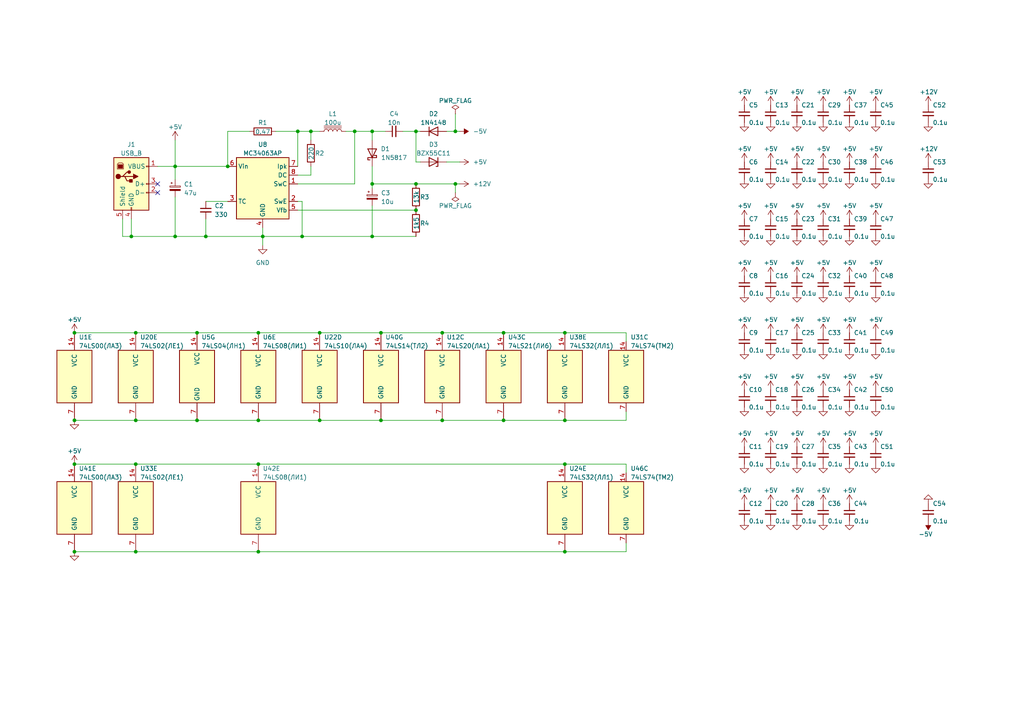
<source format=kicad_sch>
(kicad_sch (version 20230121) (generator eeschema)
  (paper "A4")
  (title_block (title "Pacific-80") (date "2023-07-13") (rev "1"))
  (junction (at 120.65 38.1))
  (junction (at 57.15 96.52))
  (junction (at 128.27 121.92))
  (junction (at 146.05 96.52))
  (junction (at 86.36 38.1))
  (junction (at 50.8 68.58))
  (junction (at 39.37 96.52))
  (junction (at 90.17 38.1))
  (junction (at 21.59 96.52))
  (junction (at 39.37 121.92))
  (junction (at 110.49 96.52))
  (junction (at 39.37 160.02))
  (junction (at 87.63 68.58))
  (junction (at 38.1 68.58))
  (junction (at 74.93 160.02))
  (junction (at 39.37 134.62))
  (junction (at 132.08 53.34))
  (junction (at 74.93 96.52))
  (junction (at 107.95 38.1))
  (junction (at 107.95 68.58))
  (junction (at 132.08 38.1))
  (junction (at 163.83 121.92))
  (junction (at 146.05 121.92))
  (junction (at 74.93 134.62))
  (junction (at 59.69 68.58))
  (junction (at 163.83 96.52))
  (junction (at 57.15 121.92))
  (junction (at 21.59 134.62))
  (junction (at 74.93 121.92))
  (junction (at 110.49 121.92))
  (junction (at 120.65 53.34))
  (junction (at 21.59 160.02))
  (junction (at 163.83 134.62))
  (junction (at 102.87 38.1))
  (junction (at 76.2 68.58))
  (junction (at 66.04 48.26))
  (junction (at 128.27 96.52))
  (junction (at 92.71 96.52))
  (junction (at 163.83 160.02))
  (junction (at 120.65 60.96))
  (junction (at 21.59 121.92))
  (junction (at 50.8 48.26))
  (junction (at 107.95 53.34))
  (junction (at 92.71 121.92))
  (no_connect (at 45.72 53.34))
  (no_connect (at 45.72 55.88))
  (wire (pts (xy 59.69 58.42) (xy 66.04 58.42)))
  (wire (pts (xy 128.27 96.52) (xy 146.05 96.52)))
  (wire (pts (xy 90.17 40.64) (xy 90.17 38.1)))
  (wire (pts (xy 35.56 63.5) (xy 35.56 68.58)))
  (wire (pts (xy 50.8 57.15) (xy 50.8 68.58)))
  (wire (pts (xy 86.36 53.34) (xy 102.87 53.34)))
  (wire (pts (xy 120.65 53.34) (xy 107.95 53.34)))
  (wire (pts (xy 107.95 38.1) (xy 111.76 38.1)))
  (wire (pts (xy 76.2 68.58) (xy 59.69 68.58)))
  (wire (pts (xy 59.69 63.5) (xy 59.69 68.58)))
  (wire (pts (xy 107.95 48.26) (xy 107.95 53.34)))
  (wire (pts (xy 107.95 38.1) (xy 102.87 38.1)))
  (wire (pts (xy 86.36 38.1) (xy 86.36 48.26)))
  (wire (pts (xy 80.01 38.1) (xy 86.36 38.1)))
  (wire (pts (xy 45.72 48.26) (xy 50.8 48.26)))
  (wire (pts (xy 181.61 134.62) (xy 163.83 134.62)))
  (wire (pts (xy 163.83 160.02) (xy 181.61 160.02)))
  (wire (pts (xy 92.71 38.1) (xy 90.17 38.1)))
  (wire (pts (xy 129.54 46.99) (xy 133.35 46.99)))
  (wire (pts (xy 107.95 68.58) (xy 87.63 68.58)))
  (wire (pts (xy 87.63 68.58) (xy 76.2 68.58)))
  (wire (pts (xy 39.37 96.52) (xy 57.15 96.52)))
  (wire (pts (xy 181.61 96.52) (xy 181.61 99.06)))
  (wire (pts (xy 57.15 96.52) (xy 74.93 96.52)))
  (wire (pts (xy 129.54 38.1) (xy 132.08 38.1)))
  (wire (pts (xy 120.65 68.58) (xy 107.95 68.58)))
  (wire (pts (xy 107.95 59.69) (xy 107.95 68.58)))
  (wire (pts (xy 92.71 121.92) (xy 110.49 121.92)))
  (wire (pts (xy 87.63 58.42) (xy 87.63 68.58)))
  (wire (pts (xy 21.59 121.92) (xy 39.37 121.92)))
  (wire (pts (xy 90.17 38.1) (xy 86.36 38.1)))
  (wire (pts (xy 132.08 53.34) (xy 132.08 55.88)))
  (wire (pts (xy 90.17 48.26) (xy 90.17 50.8)))
  (wire (pts (xy 163.83 96.52) (xy 181.61 96.52)))
  (wire (pts (xy 38.1 68.58) (xy 38.1 63.5)))
  (wire (pts (xy 90.17 50.8) (xy 86.36 50.8)))
  (wire (pts (xy 39.37 160.02) (xy 74.93 160.02)))
  (wire (pts (xy 120.65 38.1) (xy 121.92 38.1)))
  (wire (pts (xy 120.65 46.99) (xy 120.65 38.1)))
  (wire (pts (xy 35.56 68.58) (xy 38.1 68.58)))
  (wire (pts (xy 66.04 38.1) (xy 66.04 48.26)))
  (wire (pts (xy 181.61 157.48) (xy 181.61 160.02)))
  (wire (pts (xy 74.93 96.52) (xy 92.71 96.52)))
  (wire (pts (xy 110.49 96.52) (xy 128.27 96.52)))
  (wire (pts (xy 50.8 48.26) (xy 66.04 48.26)))
  (wire (pts (xy 146.05 121.92) (xy 163.83 121.92)))
  (wire (pts (xy 39.37 121.92) (xy 57.15 121.92)))
  (wire (pts (xy 86.36 60.96) (xy 120.65 60.96)))
  (wire (pts (xy 120.65 53.34) (xy 132.08 53.34)))
  (wire (pts (xy 107.95 40.64) (xy 107.95 38.1)))
  (wire (pts (xy 132.08 33.02) (xy 132.08 38.1)))
  (wire (pts (xy 74.93 134.62) (xy 39.37 134.62)))
  (wire (pts (xy 102.87 53.34) (xy 102.87 38.1)))
  (wire (pts (xy 116.84 38.1) (xy 120.65 38.1)))
  (wire (pts (xy 107.95 53.34) (xy 107.95 54.61)))
  (wire (pts (xy 181.61 137.16) (xy 181.61 134.62)))
  (wire (pts (xy 163.83 134.62) (xy 74.93 134.62)))
  (wire (pts (xy 128.27 121.92) (xy 146.05 121.92)))
  (wire (pts (xy 74.93 121.92) (xy 92.71 121.92)))
  (wire (pts (xy 59.69 68.58) (xy 50.8 68.58)))
  (wire (pts (xy 74.93 160.02) (xy 163.83 160.02)))
  (wire (pts (xy 146.05 96.52) (xy 163.83 96.52)))
  (wire (pts (xy 21.59 96.52) (xy 39.37 96.52)))
  (wire (pts (xy 92.71 96.52) (xy 110.49 96.52)))
  (wire (pts (xy 110.49 121.92) (xy 128.27 121.92)))
  (wire (pts (xy 50.8 68.58) (xy 38.1 68.58)))
  (wire (pts (xy 181.61 119.38) (xy 181.61 121.92)))
  (wire (pts (xy 76.2 71.12) (xy 76.2 68.58)))
  (wire (pts (xy 121.92 46.99) (xy 120.65 46.99)))
  (wire (pts (xy 132.08 53.34) (xy 133.35 53.34)))
  (wire (pts (xy 163.83 121.92) (xy 181.61 121.92)))
  (wire (pts (xy 50.8 48.26) (xy 50.8 52.07)))
  (wire (pts (xy 39.37 134.62) (xy 21.59 134.62)))
  (wire (pts (xy 132.08 38.1) (xy 133.35 38.1)))
  (wire (pts (xy 102.87 38.1) (xy 100.33 38.1)))
  (wire (pts (xy 76.2 68.58) (xy 76.2 66.04)))
  (wire (pts (xy 21.59 160.02) (xy 39.37 160.02)))
  (wire (pts (xy 87.63 58.42) (xy 86.36 58.42)))
  (wire (pts (xy 57.15 121.92) (xy 74.93 121.92)))
  (wire (pts (xy 72.39 38.1) (xy 66.04 38.1)))
  (wire (pts (xy 50.8 40.64) (xy 50.8 48.26)))
  (symbol (lib_id "power:GND") (at 215.9 52.07 0) (unit 1)
    (property "Reference" "#PWR017" (effects hide))
    (property "Value" "GND" (effects hide))
  )
  (symbol (lib_id "Device:C_Small") (at 223.52 49.53 0) (unit 1)
    (property "Reference" "C14" (at 224.79 46.99 0) (effects (justify left)))
    (property "Value" "0.1u" (at 224.79 52.07 0) (effects (justify left)))
    (property "Footprint" "Capacitor_THT:C_Disc_D5.0mm_W2.5mm_P5.00mm" (effects hide))
  )
  (symbol (lib_id "Device:C_Small") (at 246.38 99.06 0) (unit 1)
    (property "Reference" "C41" (at 247.65 96.52 0) (effects (justify left)))
    (property "Value" "0.1u" (at 247.65 101.6 0) (effects (justify left)))
    (property "Footprint" "Capacitor_THT:C_Disc_D5.0mm_W2.5mm_P5.00mm" (effects hide))
  )
  (symbol (lib_id "power:GND") (at 21.59 121.92 0) (unit 1)
    (property "Reference" "#PWR06" (effects hide))
    (property "Value" "GND" (effects hide))
  )
  (symbol (lib_id "power:+5V") (at 223.52 96.52 0) (unit 1)
    (property "Reference" "#PWR038" (effects hide))
    (property "Value" "+5V" (at 223.52 92.71 0))
  )
  (symbol (lib_id "Device:C_Small") (at 223.52 132.08 0) (unit 1)
    (property "Reference" "C19" (at 224.79 129.54 0) (effects (justify left)))
    (property "Value" "0.1u" (at 224.79 134.62 0) (effects (justify left)))
    (property "Footprint" "Capacitor_THT:C_Disc_D5.0mm_W2.5mm_P5.00mm" (effects hide))
  )
  (symbol (lib_id "power:+5V") (at 231.14 63.5 0) (unit 1)
    (property "Reference" "#PWR050" (effects hide))
    (property "Value" "+5V" (at 231.14 59.69 0))
  )
  (symbol (lib_id "Device:C_Small") (at 254 66.04 0) (unit 1)
    (property "Reference" "C47" (at 255.27 63.5 0) (effects (justify left)))
    (property "Value" "0.1u" (at 255.27 68.58 0) (effects (justify left)))
    (property "Footprint" "Capacitor_THT:C_Disc_D5.0mm_W2.5mm_P5.00mm" (effects hide))
  )
  (symbol (lib_id "power:GND") (at 238.76 35.56 0) (unit 1)
    (property "Reference" "#PWR063" (effects hide))
    (property "Value" "GND" (effects hide))
  )
  (symbol (lib_id "74xx:74LS04") (at 57.15 109.22 0) (unit 7)
    (property "Reference" "U5" (at 58.42 97.79 0) (effects (justify left)))
    (property "Value" "74LS04(ЛН1)" (at 58.42 100.33 0) (effects (justify left)))
    (property "Footprint" "Package_DIP:DIP-14_W7.62mm" (effects hide))
    (property "Datasheet" "http://www.ti.com/lit/gpn/sn74LS04" (effects hide))
  )
  (symbol (lib_id "power:+12V") (at 269.24 30.48 0) (unit 1)
    (property "Reference" "#PWR0108" (effects hide))
    (property "Value" "+12V" (at 266.7 26.67 0) (effects (justify left)))
  )
  (symbol (lib_id "power:+5V") (at 246.38 146.05 0) (unit 1)
    (property "Reference" "#PWR092" (effects hide))
    (property "Value" "+5V" (at 246.38 142.24 0))
  )
  (symbol (lib_id "Device:C_Small") (at 231.14 82.55 0) (unit 1)
    (property "Reference" "C24" (at 232.41 80.01 0) (effects (justify left)))
    (property "Value" "0.1u" (at 232.41 85.09 0) (effects (justify left)))
    (property "Footprint" "Capacitor_THT:C_Disc_D5.0mm_W2.5mm_P5.00mm" (effects hide))
  )
  (symbol (lib_id "power:+5V") (at 223.52 63.5 0) (unit 1)
    (property "Reference" "#PWR034" (effects hide))
    (property "Value" "+5V" (at 223.52 59.69 0))
  )
  (symbol (lib_id "power:GND") (at 246.38 85.09 0) (unit 1)
    (property "Reference" "#PWR085" (effects hide))
    (property "Value" "GND" (effects hide))
  )
  (symbol (lib_id "power:GND") (at 231.14 35.56 0) (unit 1)
    (property "Reference" "#PWR047" (effects hide))
    (property "Value" "GND" (effects hide))
  )
  (symbol (lib_id "power:GND") (at 246.38 134.62 0) (unit 1)
    (property "Reference" "#PWR091" (effects hide))
    (property "Value" "GND" (effects hide))
  )
  (symbol (lib_id "Device:C_Small") (at 269.24 49.53 0) (unit 1)
    (property "Reference" "C53" (at 270.51 46.99 0) (effects (justify left)))
    (property "Value" "0.1u" (at 270.51 52.07 0) (effects (justify left)))
    (property "Footprint" "Capacitor_THT:C_Disc_D5.0mm_W2.5mm_P5.00mm" (effects hide))
  )
  (symbol (lib_id "power:+5V") (at 21.59 96.52 0) (unit 1)
    (property "Reference" "#PWR05" (effects hide))
    (property "Value" "+5V" (at 21.59 92.71 0))
  )
  (symbol (lib_id "power:GND") (at 254 118.11 0) (unit 1)
    (property "Reference" "#PWR0105" (effects hide))
    (property "Value" "GND" (effects hide))
  )
  (symbol (lib_id "power:GND") (at 246.38 52.07 0) (unit 1)
    (property "Reference" "#PWR081" (effects hide))
    (property "Value" "GND" (effects hide))
  )
  (symbol (lib_id "power:GND") (at 223.52 68.58 0) (unit 1)
    (property "Reference" "#PWR035" (effects hide))
    (property "Value" "GND" (effects hide))
  )
  (symbol (lib_id "Device:C_Small") (at 254 115.57 0) (unit 1)
    (property "Reference" "C50" (at 255.27 113.03 0) (effects (justify left)))
    (property "Value" "0.1u" (at 255.27 118.11 0) (effects (justify left)))
    (property "Footprint" "Capacitor_THT:C_Disc_D5.0mm_W2.5mm_P5.00mm" (effects hide))
  )
  (symbol (lib_id "power:GND") (at 238.76 101.6 0) (unit 1)
    (property "Reference" "#PWR071" (effects hide))
    (property "Value" "GND" (effects hide))
  )
  (symbol (lib_id "74xx:74LS02") (at 39.37 109.22 0) (unit 5)
    (property "Reference" "U20" (at 40.64 97.79 0) (effects (justify left)))
    (property "Value" "74LS02(ЛЕ1)" (at 40.64 100.33 0) (effects (justify left)))
    (property "Footprint" "Package_DIP:DIP-14_W7.62mm" (effects hide))
    (property "Datasheet" "http://www.ti.com/lit/gpn/sn74ls02" (effects hide))
    (instances (project "pac80" (path "" (reference "U20") (unit 5)) (path "" (reference "U3") (unit 5))))
  )
  (symbol (lib_id "power:+5V") (at 238.76 113.03 0) (unit 1)
    (property "Reference" "#PWR072" (effects hide))
    (property "Value" "+5V" (at 238.76 109.22 0))
  )
  (symbol (lib_id "Device:C_Small") (at 215.9 132.08 0) (unit 1)
    (property "Reference" "C11" (at 217.17 129.54 0) (effects (justify left)))
    (property "Value" "0.1u" (at 217.17 134.62 0) (effects (justify left)))
    (property "Footprint" "Capacitor_THT:C_Disc_D5.0mm_W2.5mm_P5.00mm" (effects hide))
  )
  (symbol (lib_id "Device:C_Small") (at 238.76 33.02 0) (unit 1)
    (property "Reference" "C29" (at 240.03 30.48 0) (effects (justify left)))
    (property "Value" "0.1u" (at 240.03 35.56 0) (effects (justify left)))
    (property "Footprint" "Capacitor_THT:C_Disc_D5.0mm_W2.5mm_P5.00mm" (effects hide))
  )
  (symbol (lib_id "Device:C_Small") (at 238.76 115.57 0) (unit 1)
    (property "Reference" "C34" (at 240.03 113.03 0) (effects (justify left)))
    (property "Value" "0.1u" (at 240.03 118.11 0) (effects (justify left)))
    (property "Footprint" "Capacitor_THT:C_Disc_D5.0mm_W2.5mm_P5.00mm" (effects hide))
  )
  (symbol (lib_id "Device:C_Small") (at 215.9 33.02 0) (unit 1)
    (property "Reference" "C5" (at 217.17 30.48 0) (effects (justify left)))
    (property "Value" "0.1u" (at 217.17 35.56 0) (effects (justify left)))
    (property "Footprint" "Capacitor_THT:C_Disc_D5.0mm_W2.5mm_P5.00mm" (effects hide))
  )
  (symbol (lib_id "Device:C_Small") (at 215.9 99.06 0) (unit 1)
    (property "Reference" "C9" (at 217.17 96.52 0) (effects (justify left)))
    (property "Value" "0.1u" (at 217.17 101.6 0) (effects (justify left)))
    (property "Footprint" "Capacitor_THT:C_Disc_D5.0mm_W2.5mm_P5.00mm" (effects hide))
  )
  (symbol (lib_id "power:+12V") (at 269.24 46.99 0) (unit 1)
    (property "Reference" "#PWR0110" (effects hide))
    (property "Value" "+12V" (at 266.7 43.18 0) (effects (justify left)))
  )
  (symbol (lib_id "power:+5V") (at 254 80.01 0) (unit 1)
    (property "Reference" "#PWR0100" (effects hide))
    (property "Value" "+5V" (at 254 76.2 0))
  )
  (symbol (lib_id "power:+5V") (at 215.9 96.52 0) (unit 1)
    (property "Reference" "#PWR022" (effects hide))
    (property "Value" "+5V" (at 215.9 92.71 0))
  )
  (symbol (lib_id "power:+5V") (at 215.9 46.99 0) (unit 1)
    (property "Reference" "#PWR016" (effects hide))
    (property "Value" "+5V" (at 215.9 43.18 0))
  )
  (symbol (lib_id "power:GND") (at 76.2 71.12 0) (unit 1)
    (property "Reference" "#PWR010" (effects hide))
    (property "Value" "GND" (at 76.2 76.2 0))
  )
  (symbol (lib_id "power:+5V") (at 231.14 129.54 0) (unit 1)
    (property "Reference" "#PWR058" (effects hide))
    (property "Value" "+5V" (at 231.14 125.73 0))
  )
  (symbol (lib_id "power:+5V") (at 215.9 80.01 0) (unit 1)
    (property "Reference" "#PWR020" (effects hide))
    (property "Value" "+5V" (at 215.9 76.2 0))
  )
  (symbol (lib_id "Device:C_Small") (at 238.76 132.08 0) (unit 1)
    (property "Reference" "C35" (at 240.03 129.54 0) (effects (justify left)))
    (property "Value" "0.1u" (at 240.03 134.62 0) (effects (justify left)))
    (property "Footprint" "Capacitor_THT:C_Disc_D5.0mm_W2.5mm_P5.00mm" (effects hide))
  )
  (symbol (lib_id "power:GND") (at 231.14 85.09 0) (unit 1)
    (property "Reference" "#PWR053" (effects hide))
    (property "Value" "GND" (effects hide))
  )
  (symbol (lib_id "Device:C_Small") (at 246.38 132.08 0) (unit 1)
    (property "Reference" "C43" (at 247.65 129.54 0) (effects (justify left)))
    (property "Value" "0.1u" (at 247.65 134.62 0) (effects (justify left)))
    (property "Footprint" "Capacitor_THT:C_Disc_D5.0mm_W2.5mm_P5.00mm" (effects hide))
  )
  (symbol (lib_id "power:GND") (at 254 134.62 0) (unit 1)
    (property "Reference" "#PWR0107" (effects hide))
    (property "Value" "GND" (effects hide))
  )
  (symbol (lib_id "74xx:74LS08") (at 74.93 109.22 0) (unit 5)
    (property "Reference" "U6" (at 76.2 97.79 0) (effects (justify left)))
    (property "Value" "74LS08(ЛИ1)" (at 76.2 100.33 0) (effects (justify left)))
    (property "Footprint" "Package_DIP:DIP-14_W7.62mm" (effects hide))
    (property "Datasheet" "http://www.ti.com/lit/gpn/sn74LS08" (effects hide))
  )
  (symbol (lib_id "Device:C_Small") (at 246.38 66.04 0) (unit 1)
    (property "Reference" "C39" (at 247.65 63.5 0) (effects (justify left)))
    (property "Value" "0.1u" (at 247.65 68.58 0) (effects (justify left)))
    (property "Footprint" "Capacitor_THT:C_Disc_D5.0mm_W2.5mm_P5.00mm" (effects hide))
  )
  (symbol (lib_id "Device:C_Small") (at 231.14 115.57 0) (unit 1)
    (property "Reference" "C26" (at 232.41 113.03 0) (effects (justify left)))
    (property "Value" "0.1u" (at 232.41 118.11 0) (effects (justify left)))
    (property "Footprint" "Capacitor_THT:C_Disc_D5.0mm_W2.5mm_P5.00mm" (effects hide))
  )
  (symbol (lib_id "power:GND") (at 223.52 85.09 0) (unit 1)
    (property "Reference" "#PWR037" (effects hide))
    (property "Value" "GND" (effects hide))
  )
  (symbol (lib_id "power:+5V") (at 231.14 46.99 0) (unit 1)
    (property "Reference" "#PWR048" (effects hide))
    (property "Value" "+5V" (at 231.14 43.18 0))
  )
  (symbol (lib_id "power:GND") (at 215.9 85.09 0) (unit 1)
    (property "Reference" "#PWR021" (effects hide))
    (property "Value" "GND" (effects hide))
  )
  (symbol (lib_id "power:GND") (at 215.9 134.62 0) (unit 1)
    (property "Reference" "#PWR027" (effects hide))
    (property "Value" "GND" (effects hide))
  )
  (symbol (lib_id "Device:C_Small") (at 246.38 49.53 0) (unit 1)
    (property "Reference" "C38" (at 247.65 46.99 0) (effects (justify left)))
    (property "Value" "0.1u" (at 247.65 52.07 0) (effects (justify left)))
    (property "Footprint" "Capacitor_THT:C_Disc_D5.0mm_W2.5mm_P5.00mm" (effects hide))
  )
  (symbol (lib_id "power:GND") (at 231.14 118.11 0) (unit 1)
    (property "Reference" "#PWR057" (effects hide))
    (property "Value" "GND" (effects hide))
  )
  (symbol (lib_id "Device:C_Small") (at 215.9 115.57 0) (unit 1)
    (property "Reference" "C10" (at 217.17 113.03 0) (effects (justify left)))
    (property "Value" "0.1u" (at 217.17 118.11 0) (effects (justify left)))
    (property "Footprint" "Capacitor_THT:C_Disc_D5.0mm_W2.5mm_P5.00mm" (effects hide))
  )
  (symbol (lib_id "74xx:74LS32") (at 163.83 147.32 0) (unit 5)
    (property "Reference" "U24" (at 165.1 135.89 0) (effects (justify left)))
    (property "Value" "74LS32(ЛЛ1)" (at 165.1 138.43 0) (effects (justify left)))
    (property "Footprint" "Package_DIP:DIP-14_W7.62mm" (effects hide))
    (property "Datasheet" "http://www.ti.com/lit/gpn/sn74LS32" (effects hide))
    (instances (project "pac80" (path "" (reference "U24") (unit 5)) (path "" (reference "U14") (unit 5))))
  )
  (symbol (lib_id "power:+5V") (at 238.76 30.48 0) (unit 1)
    (property "Reference" "#PWR062" (effects hide))
    (property "Value" "+5V" (at 238.76 26.67 0))
  )
  (symbol (lib_id "power:+5V") (at 246.38 113.03 0) (unit 1)
    (property "Reference" "#PWR088" (effects hide))
    (property "Value" "+5V" (at 246.38 109.22 0))
  )
  (symbol (lib_id "Device:C_Small") (at 231.14 99.06 0) (unit 1)
    (property "Reference" "C25" (at 232.41 96.52 0) (effects (justify left)))
    (property "Value" "0.1u" (at 232.41 101.6 0) (effects (justify left)))
    (property "Footprint" "Capacitor_THT:C_Disc_D5.0mm_W2.5mm_P5.00mm" (effects hide))
  )
  (symbol (lib_id "74xx:74LS00") (at 21.59 147.32 0) (unit 5)
    (property "Reference" "U41" (at 22.86 135.89 0) (effects (justify left)))
    (property "Value" "74LS00(ЛА3)" (at 22.86 138.43 0) (effects (justify left)))
    (property "Footprint" "Package_DIP:DIP-14_W7.62mm" (effects hide))
    (property "Datasheet" "http://www.ti.com/lit/gpn/sn74ls00" (effects hide))
    (instances (project "pac80" (path "" (reference "U41") (unit 5)) (path "" (reference "U2") (unit 5))))
  )
  (symbol (lib_id "power:+5V") (at 254 30.48 0) (unit 1)
    (property "Reference" "#PWR094" (effects hide))
    (property "Value" "+5V" (at 254 26.67 0))
  )
  (symbol (lib_id "Diode:BZV55C11") (at 125.73 46.99 180) (unit 1)
    (property "Reference" "D3" (at 125.73 41.91 0))
    (property "Value" "BZX55C11" (at 125.73 44.45 0))
    (property "Footprint" "Diode_THT:D_DO-35_SOD27_P7.62mm_Horizontal" (effects hide))
    (property "Datasheet" "https://assets.nexperia.com/documents/data-sheet/BZV55_SER.pdf" (effects hide))
  )
  (symbol (lib_id "power:GND") (at 21.59 160.02 0) (unit 1)
    (property "Reference" "#PWR08" (effects hide))
    (property "Value" "GND" (effects hide))
  )
  (symbol (lib_id "Device:C_Small") (at 254 99.06 0) (unit 1)
    (property "Reference" "C49" (at 255.27 96.52 0) (effects (justify left)))
    (property "Value" "0.1u" (at 255.27 101.6 0) (effects (justify left)))
    (property "Footprint" "Capacitor_THT:C_Disc_D5.0mm_W2.5mm_P5.00mm" (effects hide))
  )
  (symbol (lib_id "power:+5V") (at 231.14 146.05 0) (unit 1)
    (property "Reference" "#PWR060" (effects hide))
    (property "Value" "+5V" (at 231.14 142.24 0))
  )
  (symbol (lib_id "Device:C_Small") (at 231.14 33.02 0) (unit 1)
    (property "Reference" "C21" (at 232.41 30.48 0) (effects (justify left)))
    (property "Value" "0.1u" (at 232.41 35.56 0) (effects (justify left)))
    (property "Footprint" "Capacitor_THT:C_Disc_D5.0mm_W2.5mm_P5.00mm" (effects hide))
  )
  (symbol (lib_id "power:GND") (at 238.76 151.13 0) (unit 1)
    (property "Reference" "#PWR077" (effects hide))
    (property "Value" "GND" (effects hide))
  )
  (symbol (lib_id "Device:C_Small") (at 223.52 82.55 0) (unit 1)
    (property "Reference" "C16" (at 224.79 80.01 0) (effects (justify left)))
    (property "Value" "0.1u" (at 224.79 85.09 0) (effects (justify left)))
    (property "Footprint" "Capacitor_THT:C_Disc_D5.0mm_W2.5mm_P5.00mm" (effects hide))
  )
  (symbol (lib_id "power:GND") (at 246.38 118.11 0) (unit 1)
    (property "Reference" "#PWR089" (effects hide))
    (property "Value" "GND" (effects hide))
  )
  (symbol (lib_id "Device:R") (at 90.17 44.45 0) (unit 1)
    (property "Reference" "R2" (at 92.71 44.45 0))
    (property "Value" "220" (at 90.297 44.45 90))
    (property "Footprint" "Resistor_THT:R_Axial_DIN0207_L6.3mm_D2.5mm_P7.62mm_Horizontal" (effects hide))
  )
  (symbol (lib_id "power:+5V") (at 215.9 113.03 0) (unit 1)
    (property "Reference" "#PWR024" (effects hide))
    (property "Value" "+5V" (at 215.9 109.22 0))
  )
  (symbol (lib_id "Device:C_Small") (at 231.14 66.04 0) (unit 1)
    (property "Reference" "C23" (at 232.41 63.5 0) (effects (justify left)))
    (property "Value" "0.1u" (at 232.41 68.58 0) (effects (justify left)))
    (property "Footprint" "Capacitor_THT:C_Disc_D5.0mm_W2.5mm_P5.00mm" (effects hide))
  )
  (symbol (lib_id "power:+5V") (at 215.9 129.54 0) (unit 1)
    (property "Reference" "#PWR026" (effects hide))
    (property "Value" "+5V" (at 215.9 125.73 0))
  )
  (symbol (lib_id "power:GND") (at 254 52.07 0) (unit 1)
    (property "Reference" "#PWR097" (effects hide))
    (property "Value" "GND" (effects hide))
  )
  (symbol (lib_id "power:GND") (at 223.52 52.07 0) (unit 1)
    (property "Reference" "#PWR033" (effects hide))
    (property "Value" "GND" (effects hide))
  )
  (symbol (lib_id "power:GND") (at 238.76 52.07 0) (unit 1)
    (property "Reference" "#PWR065" (effects hide))
    (property "Value" "GND" (effects hide))
  )
  (symbol (lib_id "power:GND") (at 215.9 118.11 0) (unit 1)
    (property "Reference" "#PWR025" (effects hide))
    (property "Value" "GND" (effects hide))
  )
  (symbol (lib_id "power:GND") (at 254 68.58 0) (unit 1)
    (property "Reference" "#PWR099" (effects hide))
    (property "Value" "GND" (effects hide))
  )
  (symbol (lib_id "74xx:74LS74") (at 181.61 109.22 0) (unit 3)
    (property "Reference" "U31" (at 182.88 97.79 0) (effects (justify left)))
    (property "Value" "74LS74(ТМ2)" (at 182.88 100.33 0) (effects (justify left)))
    (property "Footprint" "Package_DIP:DIP-14_W7.62mm" (effects hide))
    (property "Datasheet" "74xx/74hc_hct74.pdf" (effects hide))
    (instances (project "pac80" (path "" (reference "U31") (unit 3)) (path "" (reference "U15") (unit 3))))
  )
  (symbol (lib_id "power:+5V") (at 246.38 30.48 0) (unit 1)
    (property "Reference" "#PWR078" (effects hide))
    (property "Value" "+5V" (at 246.38 26.67 0))
  )
  (symbol (lib_id "power:+5V") (at 254 63.5 0) (unit 1)
    (property "Reference" "#PWR098" (effects hide))
    (property "Value" "+5V" (at 254 59.69 0))
  )
  (symbol (lib_id "Device:R") (at 76.2 38.1 90) (unit 1)
    (property "Reference" "R1" (at 76.2 35.56 90))
    (property "Value" "0.47" (at 76.2 38.227 90))
    (property "Footprint" "Resistor_THT:R_Axial_DIN0309_L9.0mm_D3.2mm_P12.70mm_Horizontal" (effects hide))
  )
  (symbol (lib_id "Device:C_Small") (at 231.14 49.53 0) (unit 1)
    (property "Reference" "C22" (at 232.41 46.99 0) (effects (justify left)))
    (property "Value" "0.1u" (at 232.41 52.07 0) (effects (justify left)))
    (property "Footprint" "Capacitor_THT:C_Disc_D5.0mm_W2.5mm_P5.00mm" (effects hide))
  )
  (symbol (lib_id "power:+5V") (at 223.52 146.05 0) (unit 1)
    (property "Reference" "#PWR044" (effects hide))
    (property "Value" "+5V" (at 223.52 142.24 0))
  )
  (symbol (lib_id "Device:C_Polarized_Small") (at 50.8 54.61 0) (unit 1)
    (property "Reference" "C1" (at 53.34 53.4289 0) (effects (justify left)))
    (property "Value" "47u" (at 53.34 55.9689 0) (effects (justify left)))
    (property "Footprint" "Capacitor_THT:CP_Radial_D6.3mm_P2.50mm" (effects hide))
  )
  (symbol (lib_id "power:GND") (at 231.14 151.13 0) (unit 1)
    (property "Reference" "#PWR061" (effects hide))
    (property "Value" "GND" (effects hide))
  )
  (symbol (lib_id "power:+12V") (at 133.35 53.34 270) (unit 1)
    (property "Reference" "#PWR013" (effects hide))
    (property "Value" "+12V" (at 137.16 53.34 90) (effects (justify left)))
  )
  (symbol (lib_id "power:GND") (at 254 85.09 0) (unit 1)
    (property "Reference" "#PWR0101" (effects hide))
    (property "Value" "GND" (effects hide))
  )
  (symbol (lib_id "Device:C_Small") (at 246.38 82.55 0) (unit 1)
    (property "Reference" "C40" (at 247.65 80.01 0) (effects (justify left)))
    (property "Value" "0.1u" (at 247.65 85.09 0) (effects (justify left)))
    (property "Footprint" "Capacitor_THT:C_Disc_D5.0mm_W2.5mm_P5.00mm" (effects hide))
  )
  (symbol (lib_id "power:GND") (at 238.76 68.58 0) (unit 1)
    (property "Reference" "#PWR067" (effects hide))
    (property "Value" "GND" (effects hide))
  )
  (symbol (lib_id "power:+5V") (at 223.52 129.54 0) (unit 1)
    (property "Reference" "#PWR042" (effects hide))
    (property "Value" "+5V" (at 223.52 125.73 0))
  )
  (symbol (lib_id "power:GND") (at 231.14 134.62 0) (unit 1)
    (property "Reference" "#PWR059" (effects hide))
    (property "Value" "GND" (effects hide))
  )
  (symbol (lib_id "power:+5V") (at 238.76 129.54 0) (unit 1)
    (property "Reference" "#PWR074" (effects hide))
    (property "Value" "+5V" (at 238.76 125.73 0))
  )
  (symbol (lib_id "power:+5V") (at 223.52 113.03 0) (unit 1)
    (property "Reference" "#PWR040" (effects hide))
    (property "Value" "+5V" (at 223.52 109.22 0))
  )
  (symbol (lib_id "power:GND") (at 231.14 52.07 0) (unit 1)
    (property "Reference" "#PWR049" (effects hide))
    (property "Value" "GND" (effects hide))
  )
  (symbol (lib_id "Regulator_Switching:MC34063AP") (at 76.2 53.34 0) (unit 1)
    (property "Reference" "U8" (at 76.2 41.91 0))
    (property "Value" "MC34063AP" (at 76.2 44.45 0))
    (property "Footprint" "Package_DIP:DIP-8_W7.62mm" (effects hide))
    (property "Datasheet" "http://www.onsemi.com/pub_link/Collateral/MC34063A-D.PDF" (effects hide))
  )
  (symbol (lib_id "Device:C_Small") (at 231.14 132.08 0) (unit 1)
    (property "Reference" "C27" (at 232.41 129.54 0) (effects (justify left)))
    (property "Value" "0.1u" (at 232.41 134.62 0) (effects (justify left)))
    (property "Footprint" "Capacitor_THT:C_Disc_D5.0mm_W2.5mm_P5.00mm" (effects hide))
  )
  (symbol (lib_id "power:GND") (at 238.76 134.62 0) (unit 1)
    (property "Reference" "#PWR075" (effects hide))
    (property "Value" "GND" (effects hide))
  )
  (symbol (lib_id "Connector:USB_B") (at 38.1 53.34 0) (unit 1)
    (property "Reference" "J1" (at 38.1 41.91 0))
    (property "Value" "USB_B" (at 38.1 44.45 0))
    (property "Footprint" "Connector_USB:USB_B_Lumberg_2411_02_Horizontal" (effects hide))
    (property "Datasheet" " ~" (effects hide))
  )
  (symbol (lib_id "power:GND") (at 215.9 151.13 0) (unit 1)
    (property "Reference" "#PWR029" (effects hide))
    (property "Value" "GND" (effects hide))
  )
  (symbol (lib_id "power:GND") (at 269.24 146.05 180) (unit 1)
    (property "Reference" "#PWR0306" (effects hide))
    (property "Value" "GND" (effects hide))
  )
  (symbol (lib_id "Device:C_Small") (at 254 33.02 0) (unit 1)
    (property "Reference" "C45" (at 255.27 30.48 0) (effects (justify left)))
    (property "Value" "0.1u" (at 255.27 35.56 0) (effects (justify left)))
    (property "Footprint" "Capacitor_THT:C_Disc_D5.0mm_W2.5mm_P5.00mm" (effects hide))
  )
  (symbol (lib_id "power:+5V") (at 238.76 63.5 0) (unit 1)
    (property "Reference" "#PWR066" (effects hide))
    (property "Value" "+5V" (at 238.76 59.69 0))
  )
  (symbol (lib_id "74xx:74LS02") (at 39.37 147.32 0) (unit 5)
    (property "Reference" "U33" (at 40.64 135.89 0) (effects (justify left)))
    (property "Value" "74LS02(ЛЕ1)" (at 40.64 138.43 0) (effects (justify left)))
    (property "Footprint" "Package_DIP:DIP-14_W7.62mm" (effects hide))
    (property "Datasheet" "http://www.ti.com/lit/gpn/sn74ls02" (effects hide))
    (instances (project "pac80" (path "" (reference "U33") (unit 5)) (path "" (reference "U4") (unit 5))))
  )
  (symbol (lib_id "power:-5V") (at 133.35 38.1 270) (unit 1)
    (property "Reference" "#PWR011" (effects hide))
    (property "Value" "-5V" (at 137.16 38.1 90) (effects (justify left)))
  )
  (symbol (lib_id "Device:C_Small") (at 223.52 66.04 0) (unit 1)
    (property "Reference" "C15" (at 224.79 63.5 0) (effects (justify left)))
    (property "Value" "0.1u" (at 224.79 68.58 0) (effects (justify left)))
    (property "Footprint" "Capacitor_THT:C_Disc_D5.0mm_W2.5mm_P5.00mm" (effects hide))
  )
  (symbol (lib_id "power:+5V") (at 223.52 46.99 0) (unit 1)
    (property "Reference" "#PWR032" (effects hide))
    (property "Value" "+5V" (at 223.52 43.18 0))
  )
  (symbol (lib_id "Device:C_Small") (at 223.52 148.59 0) (unit 1)
    (property "Reference" "C20" (at 224.79 146.05 0) (effects (justify left)))
    (property "Value" "0.1u" (at 224.79 151.13 0) (effects (justify left)))
    (property "Footprint" "Capacitor_THT:C_Disc_D5.0mm_W2.5mm_P5.00mm" (effects hide))
  )
  (symbol (lib_id "power:+5V") (at 231.14 113.03 0) (unit 1)
    (property "Reference" "#PWR056" (effects hide))
    (property "Value" "+5V" (at 231.14 109.22 0))
  )
  (symbol (lib_id "Device:C_Small") (at 238.76 82.55 0) (unit 1)
    (property "Reference" "C32" (at 240.03 80.01 0) (effects (justify left)))
    (property "Value" "0.1u" (at 240.03 85.09 0) (effects (justify left)))
    (property "Footprint" "Capacitor_THT:C_Disc_D5.0mm_W2.5mm_P5.00mm" (effects hide))
  )
  (symbol (lib_id "Device:C_Small") (at 223.52 99.06 0) (unit 1)
    (property "Reference" "C17" (at 224.79 96.52 0) (effects (justify left)))
    (property "Value" "0.1u" (at 224.79 101.6 0) (effects (justify left)))
    (property "Footprint" "Capacitor_THT:C_Disc_D5.0mm_W2.5mm_P5.00mm" (effects hide))
  )
  (symbol (lib_id "Device:C_Small") (at 246.38 148.59 0) (unit 1)
    (property "Reference" "C44" (at 247.65 146.05 0) (effects (justify left)))
    (property "Value" "0.1u" (at 247.65 151.13 0) (effects (justify left)))
    (property "Footprint" "Capacitor_THT:C_Disc_D5.0mm_W2.5mm_P5.00mm" (effects hide))
  )
  (symbol (lib_id "Device:C_Small") (at 215.9 66.04 0) (unit 1)
    (property "Reference" "C7" (at 217.17 63.5 0) (effects (justify left)))
    (property "Value" "0.1u" (at 217.17 68.58 0) (effects (justify left)))
    (property "Footprint" "Capacitor_THT:C_Disc_D5.0mm_W2.5mm_P5.00mm" (effects hide))
  )
  (symbol (lib_id "74xx:74LS20") (at 128.27 109.22 0) (unit 3)
    (property "Reference" "U12" (at 129.54 97.79 0) (effects (justify left)))
    (property "Value" "74LS20(ЛА1)" (at 129.54 100.33 0) (effects (justify left)))
    (property "Footprint" "Package_DIP:DIP-14_W7.62mm" (effects hide))
    (property "Datasheet" "http://www.ti.com/lit/gpn/sn74LS20" (effects hide))
    (instances (project "pac80" (path "" (reference "U12") (unit 3)) (path "" (reference "U11") (unit 3))))
  )
  (symbol (lib_id "Device:R") (at 120.65 64.77 0) (unit 1)
    (property "Reference" "R4" (at 123.19 64.77 0))
    (property "Value" "1k5" (at 120.777 64.77 90))
    (property "Footprint" "Resistor_THT:R_Axial_DIN0207_L6.3mm_D2.5mm_P7.62mm_Horizontal" (effects hide))
  )
  (symbol (lib_id "power:+5V") (at 238.76 46.99 0) (unit 1)
    (property "Reference" "#PWR064" (effects hide))
    (property "Value" "+5V" (at 238.76 43.18 0))
  )
  (symbol (lib_id "power:+5V") (at 231.14 96.52 0) (unit 1)
    (property "Reference" "#PWR054" (effects hide))
    (property "Value" "+5V" (at 231.14 92.71 0))
  )
  (symbol (lib_id "power:+5V") (at 246.38 80.01 0) (unit 1)
    (property "Reference" "#PWR084" (effects hide))
    (property "Value" "+5V" (at 246.38 76.2 0))
  )
  (symbol (lib_id "Device:C_Small") (at 231.14 148.59 0) (unit 1)
    (property "Reference" "C28" (at 232.41 146.05 0) (effects (justify left)))
    (property "Value" "0.1u" (at 232.41 151.13 0) (effects (justify left)))
    (property "Footprint" "Capacitor_THT:C_Disc_D5.0mm_W2.5mm_P5.00mm" (effects hide))
  )
  (symbol (lib_id "power:+5V") (at 254 113.03 0) (unit 1)
    (property "Reference" "#PWR0104" (effects hide))
    (property "Value" "+5V" (at 254 109.22 0))
  )
  (symbol (lib_id "Device:C_Small") (at 114.3 38.1 90) (unit 1)
    (property "Reference" "C4" (at 114.3063 33.02 90))
    (property "Value" "10n" (at 114.3063 35.56 90))
    (property "Footprint" "Capacitor_THT:C_Disc_D5.0mm_W2.5mm_P5.00mm" (effects hide))
  )
  (symbol (lib_id "power:GND") (at 231.14 101.6 0) (unit 1)
    (property "Reference" "#PWR055" (effects hide))
    (property "Value" "GND" (effects hide))
  )
  (symbol (lib_id "power:+5V") (at 223.52 80.01 0) (unit 1)
    (property "Reference" "#PWR036" (effects hide))
    (property "Value" "+5V" (at 223.52 76.2 0))
  )
  (symbol (lib_id "power:GND") (at 238.76 85.09 0) (unit 1)
    (property "Reference" "#PWR069" (effects hide))
    (property "Value" "GND" (effects hide))
  )
  (symbol (lib_id "power:GND") (at 231.14 68.58 0) (unit 1)
    (property "Reference" "#PWR051" (effects hide))
    (property "Value" "GND" (effects hide))
  )
  (symbol (lib_id "power:GND") (at 269.24 35.56 0) (unit 1)
    (property "Reference" "#PWR0109" (effects hide))
    (property "Value" "GND" (effects hide))
  )
  (symbol (lib_id "Device:C_Small") (at 254 132.08 0) (unit 1)
    (property "Reference" "C51" (at 255.27 129.54 0) (effects (justify left)))
    (property "Value" "0.1u" (at 255.27 134.62 0) (effects (justify left)))
    (property "Footprint" "Capacitor_THT:C_Disc_D5.0mm_W2.5mm_P5.00mm" (effects hide))
  )
  (symbol (lib_id "Device:C_Small") (at 254 82.55 0) (unit 1)
    (property "Reference" "C48" (at 255.27 80.01 0) (effects (justify left)))
    (property "Value" "0.1u" (at 255.27 85.09 0) (effects (justify left)))
    (property "Footprint" "Capacitor_THT:C_Disc_D5.0mm_W2.5mm_P5.00mm" (effects hide))
  )
  (symbol (lib_id "Device:C_Small") (at 238.76 66.04 0) (unit 1)
    (property "Reference" "C31" (at 240.03 63.5 0) (effects (justify left)))
    (property "Value" "0.1u" (at 240.03 68.58 0) (effects (justify left)))
    (property "Footprint" "Capacitor_THT:C_Disc_D5.0mm_W2.5mm_P5.00mm" (effects hide))
  )
  (symbol (lib_id "power:+5V") (at 246.38 96.52 0) (unit 1)
    (property "Reference" "#PWR086" (effects hide))
    (property "Value" "+5V" (at 246.38 92.71 0))
  )
  (symbol (lib_id "Diode:1N5817") (at 107.95 44.45 90) (unit 1)
    (property "Reference" "D1" (at 111.76 43.18 90))
    (property "Value" "1N5817" (at 114.3 45.72 90))
    (property "Footprint" "Diode_THT:D_DO-41_SOD81_P7.62mm_Horizontal" (effects hide))
    (property "Datasheet" "http://www.vishay.com/docs/88525/1n5817.pdf" (effects hide))
  )
  (symbol (lib_id "power:+5V") (at 246.38 63.5 0) (unit 1)
    (property "Reference" "#PWR082" (effects hide))
    (property "Value" "+5V" (at 246.38 59.69 0))
  )
  (symbol (lib_id "Device:L_Iron") (at 96.52 38.1 90) (unit 1)
    (property "Reference" "L1" (at 96.52 33.02 90))
    (property "Value" "100u" (at 96.52 35.56 90))
    (property "Footprint" "Inductor_THT:L_Radial_D8.7mm_P5.00mm_Fastron_07HCP" (effects hide))
  )
  (symbol (lib_id "power:GND") (at 238.76 118.11 0) (unit 1)
    (property "Reference" "#PWR073" (effects hide))
    (property "Value" "GND" (effects hide))
  )
  (symbol (lib_id "power:GND") (at 254 101.6 0) (unit 1)
    (property "Reference" "#PWR0103" (effects hide))
    (property "Value" "GND" (effects hide))
  )
  (symbol (lib_id "Device:C_Small") (at 215.9 148.59 0) (unit 1)
    (property "Reference" "C12" (at 217.17 146.05 0) (effects (justify left)))
    (property "Value" "0.1u" (at 217.17 151.13 0) (effects (justify left)))
    (property "Footprint" "Capacitor_THT:C_Disc_D5.0mm_W2.5mm_P5.00mm" (effects hide))
  )
  (symbol (lib_id "74xx:74LS00") (at 21.59 109.22 0) (unit 5)
    (property "Reference" "U1" (at 22.86 97.79 0) (effects (justify left)))
    (property "Value" "74LS00(ЛА3)" (at 22.86 100.33 0) (effects (justify left)))
    (property "Footprint" "Package_DIP:DIP-14_W7.62mm" (effects hide))
    (property "Datasheet" "http://www.ti.com/lit/gpn/sn74ls00" (effects hide))
  )
  (symbol (lib_id "74xx:74LS14") (at 110.49 109.22 0) (unit 7)
    (property "Reference" "U40" (at 111.76 97.79 0) (effects (justify left)))
    (property "Value" "74LS14(ТЛ2)" (at 111.76 100.33 0) (effects (justify left)))
    (property "Footprint" "Package_DIP:DIP-14_W7.62mm" (effects hide))
    (property "Datasheet" "http://www.ti.com/lit/gpn/sn74LS14" (effects hide))
    (instances (project "pac80" (path "" (reference "U40") (unit 7)) (path "" (reference "U10") (unit 7))))
  )
  (symbol (lib_id "Device:C_Small") (at 238.76 148.59 0) (unit 1)
    (property "Reference" "C36" (at 240.03 146.05 0) (effects (justify left)))
    (property "Value" "0.1u" (at 240.03 151.13 0) (effects (justify left)))
    (property "Footprint" "Capacitor_THT:C_Disc_D5.0mm_W2.5mm_P5.00mm" (effects hide))
  )
  (symbol (lib_id "Device:C_Small") (at 269.24 148.59 0) (unit 1)
    (property "Reference" "C54" (at 270.51 146.05 0) (effects (justify left)))
    (property "Value" "0.1u" (at 270.51 151.13 0) (effects (justify left)))
    (property "Footprint" "Capacitor_THT:C_Disc_D5.0mm_W2.5mm_P5.00mm" (effects hide))
  )
  (symbol (lib_id "power:+5V") (at 238.76 80.01 0) (unit 1)
    (property "Reference" "#PWR068" (effects hide))
    (property "Value" "+5V" (at 238.76 76.2 0))
  )
  (symbol (lib_id "power:+5V") (at 238.76 96.52 0) (unit 1)
    (property "Reference" "#PWR070" (effects hide))
    (property "Value" "+5V" (at 238.76 92.71 0))
  )
  (symbol (lib_id "power:-5V") (at 269.24 151.13 180) (unit 1)
    (property "Reference" "#PWR0307" (effects hide))
    (property "Value" "-5V" (at 270.51 154.94 0) (effects (justify left)))
  )
  (symbol (lib_id "power:GND") (at 215.9 35.56 0) (unit 1)
    (property "Reference" "#PWR015" (effects hide))
    (property "Value" "GND" (effects hide))
  )
  (symbol (lib_id "74xx:74LS08") (at 74.93 147.32 0) (unit 5)
    (property "Reference" "U42" (at 76.2 135.89 0) (effects (justify left)))
    (property "Value" "74LS08(ЛИ1)" (at 76.2 138.43 0) (effects (justify left)))
    (property "Footprint" "Package_DIP:DIP-14_W7.62mm" (effects hide))
    (property "Datasheet" "http://www.ti.com/lit/gpn/sn74LS08" (effects hide))
    (instances (project "pac80" (path "" (reference "U42") (unit 5)) (path "" (reference "U7") (unit 5))))
  )
  (symbol (lib_id "power:+5V") (at 223.52 30.48 0) (unit 1)
    (property "Reference" "#PWR030" (effects hide))
    (property "Value" "+5V" (at 223.52 26.67 0))
  )
  (symbol (lib_id "power:GND") (at 269.24 52.07 0) (unit 1)
    (property "Reference" "#PWR0111" (effects hide))
    (property "Value" "GND" (effects hide))
  )
  (symbol (lib_id "power:+5V") (at 246.38 129.54 0) (unit 1)
    (property "Reference" "#PWR090" (effects hide))
    (property "Value" "+5V" (at 246.38 125.73 0))
  )
  (symbol (lib_id "Device:C_Small") (at 59.69 60.96 0) (unit 1)
    (property "Reference" "C2" (at 62.23 59.6963 0) (effects (justify left)))
    (property "Value" "330" (at 62.23 62.2363 0) (effects (justify left)))
    (property "Footprint" "Capacitor_THT:C_Disc_D5.0mm_W2.5mm_P5.00mm" (effects hide))
  )
  (symbol (lib_id "power:+5V") (at 133.35 46.99 270) (unit 1)
    (property "Reference" "#PWR012" (effects hide))
    (property "Value" "+5V" (at 137.16 46.99 90) (effects (justify left)))
  )
  (symbol (lib_id "Device:R") (at 120.65 57.15 0) (unit 1)
    (property "Reference" "R3" (at 123.19 57.15 0))
    (property "Value" "13k" (at 120.777 57.15 90))
    (property "Footprint" "Resistor_THT:R_Axial_DIN0207_L6.3mm_D2.5mm_P7.62mm_Horizontal" (effects hide))
  )
  (symbol (lib_id "Device:C_Small") (at 223.52 33.02 0) (unit 1)
    (property "Reference" "C13" (at 224.79 30.48 0) (effects (justify left)))
    (property "Value" "0.1u" (at 224.79 35.56 0) (effects (justify left)))
    (property "Footprint" "Capacitor_THT:C_Disc_D5.0mm_W2.5mm_P5.00mm" (effects hide))
  )
  (symbol (lib_id "power:GND") (at 223.52 134.62 0) (unit 1)
    (property "Reference" "#PWR043" (effects hide))
    (property "Value" "GND" (effects hide))
  )
  (symbol (lib_id "power:PWR_FLAG") (at 132.08 33.02 0) (unit 1)
    (property "Reference" "#FLG01" (effects hide))
    (property "Value" "PWR_FLAG" (at 132.08 29.21 0))
  )
  (symbol (lib_id "power:+5V") (at 215.9 146.05 0) (unit 1)
    (property "Reference" "#PWR028" (effects hide))
    (property "Value" "+5V" (at 215.9 142.24 0))
  )
  (symbol (lib_id "power:+5V") (at 246.38 46.99 0) (unit 1)
    (property "Reference" "#PWR080" (effects hide))
    (property "Value" "+5V" (at 246.38 43.18 0))
  )
  (symbol (lib_id "power:GND") (at 223.52 35.56 0) (unit 1)
    (property "Reference" "#PWR031" (effects hide))
    (property "Value" "GND" (effects hide))
  )
  (symbol (lib_id "power:GND") (at 223.52 118.11 0) (unit 1)
    (property "Reference" "#PWR041" (effects hide))
    (property "Value" "GND" (effects hide))
  )
  (symbol (lib_id "power:+5V") (at 238.76 146.05 0) (unit 1)
    (property "Reference" "#PWR076" (effects hide))
    (property "Value" "+5V" (at 238.76 142.24 0))
  )
  (symbol (lib_id "power:GND") (at 246.38 101.6 0) (unit 1)
    (property "Reference" "#PWR087" (effects hide))
    (property "Value" "GND" (effects hide))
  )
  (symbol (lib_id "Device:C_Small") (at 238.76 49.53 0) (unit 1)
    (property "Reference" "C30" (at 240.03 46.99 0) (effects (justify left)))
    (property "Value" "0.1u" (at 240.03 52.07 0) (effects (justify left)))
    (property "Footprint" "Capacitor_THT:C_Disc_D5.0mm_W2.5mm_P5.00mm" (effects hide))
  )
  (symbol (lib_id "Device:C_Small") (at 269.24 33.02 0) (unit 1)
    (property "Reference" "C52" (at 270.51 30.48 0) (effects (justify left)))
    (property "Value" "0.1u" (at 270.51 35.56 0) (effects (justify left)))
    (property "Footprint" "Capacitor_THT:C_Disc_D5.0mm_W2.5mm_P5.00mm" (effects hide))
  )
  (symbol (lib_id "power:+5V") (at 254 129.54 0) (unit 1)
    (property "Reference" "#PWR0106" (effects hide))
    (property "Value" "+5V" (at 254 125.73 0))
  )
  (symbol (lib_id "power:+5V") (at 254 96.52 0) (unit 1)
    (property "Reference" "#PWR0102" (effects hide))
    (property "Value" "+5V" (at 254 92.71 0))
  )
  (symbol (lib_id "power:GND") (at 254 35.56 0) (unit 1)
    (property "Reference" "#PWR095" (effects hide))
    (property "Value" "GND" (effects hide))
  )
  (symbol (lib_id "power:GND") (at 246.38 35.56 0) (unit 1)
    (property "Reference" "#PWR079" (effects hide))
    (property "Value" "GND" (effects hide))
  )
  (symbol (lib_id "power:+5V") (at 21.59 134.62 0) (unit 1)
    (property "Reference" "#PWR07" (effects hide))
    (property "Value" "+5V" (at 21.59 130.81 0))
  )
  (symbol (lib_id "Device:C_Small") (at 223.52 115.57 0) (unit 1)
    (property "Reference" "C18" (at 224.79 113.03 0) (effects (justify left)))
    (property "Value" "0.1u" (at 224.79 118.11 0) (effects (justify left)))
    (property "Footprint" "Capacitor_THT:C_Disc_D5.0mm_W2.5mm_P5.00mm" (effects hide))
  )
  (symbol (lib_id "power:GND") (at 215.9 68.58 0) (unit 1)
    (property "Reference" "#PWR019" (effects hide))
    (property "Value" "GND" (effects hide))
  )
  (symbol (lib_id "Device:C_Small") (at 254 49.53 0) (unit 1)
    (property "Reference" "C46" (at 255.27 46.99 0) (effects (justify left)))
    (property "Value" "0.1u" (at 255.27 52.07 0) (effects (justify left)))
    (property "Footprint" "Capacitor_THT:C_Disc_D5.0mm_W2.5mm_P5.00mm" (effects hide))
  )
  (symbol (lib_id "74xx:74LS21") (at 146.05 109.22 0) (unit 3)
    (property "Reference" "U43" (at 147.32 97.79 0) (effects (justify left)))
    (property "Value" "74LS21(ЛИ6)" (at 147.32 100.33 0) (effects (justify left)))
    (property "Footprint" "Package_DIP:DIP-14_W7.62mm" (effects hide))
    (property "Datasheet" "http://www.ti.com/lit/gpn/sn74LS21" (effects hide))
    (instances (project "pac80" (path "" (reference "U43") (unit 3)) (path "" (reference "U12") (unit 3))))
  )
  (symbol (lib_id "74xx:74LS32") (at 163.83 109.22 0) (unit 5)
    (property "Reference" "U38" (at 165.1 97.79 0) (effects (justify left)))
    (property "Value" "74LS32(ЛЛ1)" (at 165.1 100.33 0) (effects (justify left)))
    (property "Footprint" "Package_DIP:DIP-14_W7.62mm" (effects hide))
    (property "Datasheet" "http://www.ti.com/lit/gpn/sn74LS32" (effects hide))
    (instances (project "pac80" (path "" (reference "U38") (unit 5)) (path "" (reference "U13") (unit 5))))
  )
  (symbol (lib_id "power:GND") (at 246.38 151.13 0) (unit 1)
    (property "Reference" "#PWR093" (effects hide))
    (property "Value" "GND" (effects hide))
  )
  (symbol (lib_id "Device:C_Small") (at 215.9 82.55 0) (unit 1)
    (property "Reference" "C8" (at 217.17 80.01 0) (effects (justify left)))
    (property "Value" "0.1u" (at 217.17 85.09 0) (effects (justify left)))
    (property "Footprint" "Capacitor_THT:C_Disc_D5.0mm_W2.5mm_P5.00mm" (effects hide))
  )
  (symbol (lib_id "power:GND") (at 223.52 151.13 0) (unit 1)
    (property "Reference" "#PWR045" (effects hide))
    (property "Value" "GND" (effects hide))
  )
  (symbol (lib_id "power:GND") (at 215.9 101.6 0) (unit 1)
    (property "Reference" "#PWR023" (effects hide))
    (property "Value" "GND" (effects hide))
  )
  (symbol (lib_id "Diode:1N4148") (at 125.73 38.1 0) (unit 1)
    (property "Reference" "D2" (at 125.73 33.02 0))
    (property "Value" "1N4148" (at 125.73 35.56 0))
    (property "Footprint" "Diode_THT:D_DO-35_SOD27_P7.62mm_Horizontal" (effects hide))
    (property "Datasheet" "https://assets.nexperia.com/documents/data-sheet/1N4148_1N4448.pdf" (effects hide))
    (property "Sim.Device" "D" (effects hide))
    (property "Sim.Pins" "1=K 2=A" (effects hide))
  )
  (symbol (lib_id "power:GND") (at 223.52 101.6 0) (unit 1)
    (property "Reference" "#PWR039" (effects hide))
    (property "Value" "GND" (effects hide))
  )
  (symbol (lib_id "Device:C_Small") (at 246.38 115.57 0) (unit 1)
    (property "Reference" "C42" (at 247.65 113.03 0) (effects (justify left)))
    (property "Value" "0.1u" (at 247.65 118.11 0) (effects (justify left)))
    (property "Footprint" "Capacitor_THT:C_Disc_D5.0mm_W2.5mm_P5.00mm" (effects hide))
  )
  (symbol (lib_id "power:+5V") (at 231.14 80.01 0) (unit 1)
    (property "Reference" "#PWR052" (effects hide))
    (property "Value" "+5V" (at 231.14 76.2 0))
  )
  (symbol (lib_id "74xx:74LS74") (at 181.61 147.32 0) (unit 3)
    (property "Reference" "U46" (at 182.88 135.89 0) (effects (justify left)))
    (property "Value" "74LS74(ТМ2)" (at 182.88 138.43 0) (effects (justify left)))
    (property "Footprint" "Package_DIP:DIP-14_W7.62mm" (effects hide))
    (property "Datasheet" "74xx/74hc_hct74.pdf" (effects hide))
    (instances (project "pac80" (path "" (reference "U46") (unit 3)) (path "" (reference "U16") (unit 3))))
  )
  (symbol (lib_id "Device:C_Polarized_Small") (at 107.95 57.15 0) (unit 1)
    (property "Reference" "C3" (at 110.49 55.9689 0) (effects (justify left)))
    (property "Value" "10u" (at 110.49 58.5089 0) (effects (justify left)))
    (property "Footprint" "Capacitor_THT:CP_Radial_D6.3mm_P2.50mm" (effects hide))
  )
  (symbol (lib_id "Device:C_Small") (at 215.9 49.53 0) (unit 1)
    (property "Reference" "C6" (at 217.17 46.99 0) (effects (justify left)))
    (property "Value" "0.1u" (at 217.17 52.07 0) (effects (justify left)))
    (property "Footprint" "Capacitor_THT:C_Disc_D5.0mm_W2.5mm_P5.00mm" (effects hide))
  )
  (symbol (lib_id "power:GND") (at 246.38 68.58 0) (unit 1)
    (property "Reference" "#PWR083" (effects hide))
    (property "Value" "GND" (effects hide))
  )
  (symbol (lib_id "74xx:74LS10") (at 92.71 109.22 0) (unit 4)
    (property "Reference" "U22" (at 93.98 97.79 0) (effects (justify left)))
    (property "Value" "74LS10(ЛА4)" (at 93.98 100.33 0) (effects (justify left)))
    (property "Footprint" "Package_DIP:DIP-14_W7.62mm" (effects hide))
    (property "Datasheet" "http://www.ti.com/lit/gpn/sn74LS10" (effects hide))
    (instances (project "pac80" (path "" (reference "U22") (unit 4)) (path "" (reference "U9") (unit 4))))
  )
  (symbol (lib_id "power:+5V") (at 231.14 30.48 0) (unit 1)
    (property "Reference" "#PWR046" (effects hide))
    (property "Value" "+5V" (at 231.14 26.67 0))
  )
  (symbol (lib_id "power:+5V") (at 215.9 63.5 0) (unit 1)
    (property "Reference" "#PWR018" (effects hide))
    (property "Value" "+5V" (at 215.9 59.69 0))
  )
  (symbol (lib_id "Device:C_Small") (at 238.76 99.06 0) (unit 1)
    (property "Reference" "C33" (at 240.03 96.52 0) (effects (justify left)))
    (property "Value" "0.1u" (at 240.03 101.6 0) (effects (justify left)))
    (property "Footprint" "Capacitor_THT:C_Disc_D5.0mm_W2.5mm_P5.00mm" (effects hide))
  )
  (symbol (lib_id "power:+5V") (at 254 46.99 0) (unit 1)
    (property "Reference" "#PWR096" (effects hide))
    (property "Value" "+5V" (at 254 43.18 0))
  )
  (symbol (lib_id "power:+5V") (at 50.8 40.64 0) (unit 1)
    (property "Reference" "#PWR09" (effects hide))
    (property "Value" "+5V" (at 50.8 36.83 0))
  )
  (symbol (lib_id "power:+5V") (at 215.9 30.48 0) (unit 1)
    (property "Reference" "#PWR014" (effects hide))
    (property "Value" "+5V" (at 215.9 26.67 0))
  )
  (symbol (lib_id "power:PWR_FLAG") (at 132.08 55.88 180) (unit 1)
    (property "Reference" "#FLG02" (effects hide))
    (property "Value" "PWR_FLAG" (at 132.08 59.69 0))
  )
  (symbol (lib_id "Device:C_Small") (at 246.38 33.02 0) (unit 1)
    (property "Reference" "C37" (at 247.65 30.48 0) (effects (justify left)))
    (property "Value" "0.1u" (at 247.65 35.56 0) (effects (justify left)))
    (property "Footprint" "Capacitor_THT:C_Disc_D5.0mm_W2.5mm_P5.00mm" (effects hide))
  )
)
</source>
